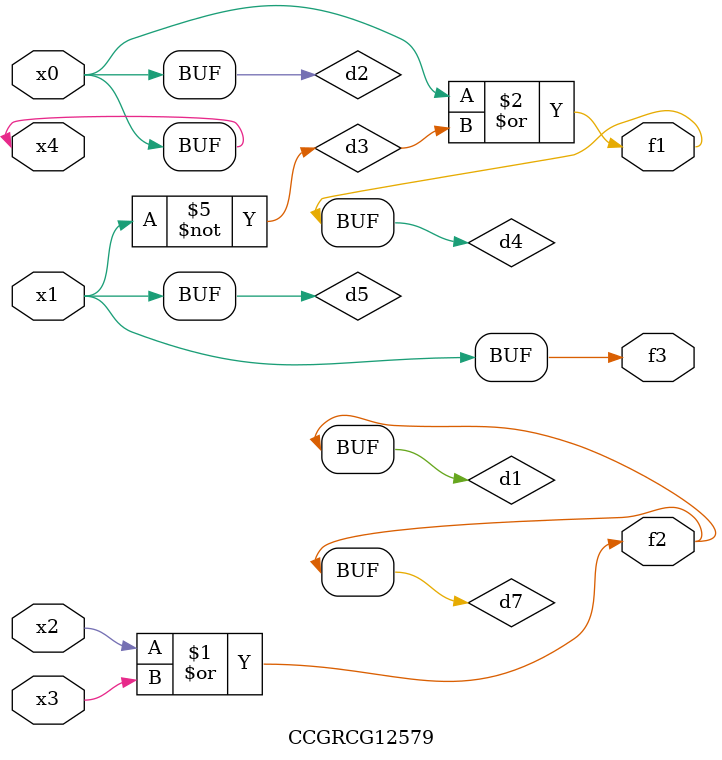
<source format=v>
module CCGRCG12579(
	input x0, x1, x2, x3, x4,
	output f1, f2, f3
);

	wire d1, d2, d3, d4, d5, d6, d7;

	or (d1, x2, x3);
	buf (d2, x0, x4);
	not (d3, x1);
	or (d4, d2, d3);
	not (d5, d3);
	nand (d6, d1, d3);
	or (d7, d1);
	assign f1 = d4;
	assign f2 = d7;
	assign f3 = d5;
endmodule

</source>
